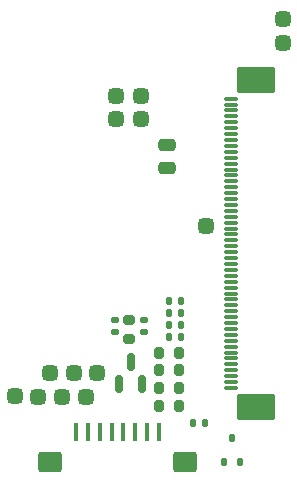
<source format=gts>
G04 #@! TF.GenerationSoftware,KiCad,Pcbnew,9.0.1-rc2*
G04 #@! TF.CreationDate,2025-04-23T19:50:41-07:00*
G04 #@! TF.ProjectId,displaypcb,64697370-6c61-4797-9063-622e6b696361,2*
G04 #@! TF.SameCoordinates,Original*
G04 #@! TF.FileFunction,Soldermask,Top*
G04 #@! TF.FilePolarity,Negative*
%FSLAX46Y46*%
G04 Gerber Fmt 4.6, Leading zero omitted, Abs format (unit mm)*
G04 Created by KiCad (PCBNEW 9.0.1-rc2) date 2025-04-23 19:50:41*
%MOMM*%
%LPD*%
G01*
G04 APERTURE LIST*
G04 Aperture macros list*
%AMRoundRect*
0 Rectangle with rounded corners*
0 $1 Rounding radius*
0 $2 $3 $4 $5 $6 $7 $8 $9 X,Y pos of 4 corners*
0 Add a 4 corners polygon primitive as box body*
4,1,4,$2,$3,$4,$5,$6,$7,$8,$9,$2,$3,0*
0 Add four circle primitives for the rounded corners*
1,1,$1+$1,$2,$3*
1,1,$1+$1,$4,$5*
1,1,$1+$1,$6,$7*
1,1,$1+$1,$8,$9*
0 Add four rect primitives between the rounded corners*
20,1,$1+$1,$2,$3,$4,$5,0*
20,1,$1+$1,$4,$5,$6,$7,0*
20,1,$1+$1,$6,$7,$8,$9,0*
20,1,$1+$1,$8,$9,$2,$3,0*%
G04 Aperture macros list end*
%ADD10RoundRect,0.075000X0.525000X-0.075000X0.525000X0.075000X-0.525000X0.075000X-0.525000X-0.075000X0*%
%ADD11RoundRect,0.200000X1.450000X-0.900000X1.450000X0.900000X-1.450000X0.900000X-1.450000X-0.900000X0*%
%ADD12RoundRect,0.135000X-0.135000X-0.185000X0.135000X-0.185000X0.135000X0.185000X-0.135000X0.185000X0*%
%ADD13RoundRect,0.325000X-0.325000X-0.325000X0.325000X-0.325000X0.325000X0.325000X-0.325000X0.325000X0*%
%ADD14RoundRect,0.135000X0.185000X-0.135000X0.185000X0.135000X-0.185000X0.135000X-0.185000X-0.135000X0*%
%ADD15RoundRect,0.200000X0.200000X0.275000X-0.200000X0.275000X-0.200000X-0.275000X0.200000X-0.275000X0*%
%ADD16RoundRect,0.250000X0.475000X-0.250000X0.475000X0.250000X-0.475000X0.250000X-0.475000X-0.250000X0*%
%ADD17RoundRect,0.100000X-0.100000X-0.650000X0.100000X-0.650000X0.100000X0.650000X-0.100000X0.650000X0*%
%ADD18RoundRect,0.200000X-0.800000X-0.650000X0.800000X-0.650000X0.800000X0.650000X-0.800000X0.650000X0*%
%ADD19RoundRect,0.150000X0.150000X-0.587500X0.150000X0.587500X-0.150000X0.587500X-0.150000X-0.587500X0*%
%ADD20RoundRect,0.200000X0.275000X-0.200000X0.275000X0.200000X-0.275000X0.200000X-0.275000X-0.200000X0*%
%ADD21RoundRect,0.112500X-0.112500X-0.237500X0.112500X-0.237500X0.112500X0.237500X-0.112500X0.237500X0*%
G04 APERTURE END LIST*
D10*
X107600000Y-112250000D03*
X107600000Y-111750000D03*
X107600000Y-111250000D03*
X107600000Y-110750000D03*
X107600000Y-110250000D03*
X107600000Y-109750000D03*
X107600000Y-109250000D03*
X107600000Y-108750000D03*
X107600000Y-108250000D03*
X107600000Y-107750000D03*
X107600000Y-107250000D03*
X107600000Y-106750000D03*
X107600000Y-106250000D03*
X107600000Y-105750000D03*
X107600000Y-105250000D03*
X107600000Y-104750000D03*
X107600000Y-104250000D03*
X107600000Y-103750000D03*
X107600000Y-103250000D03*
X107600000Y-102750000D03*
X107600000Y-102250000D03*
X107600000Y-101750000D03*
X107600000Y-101250000D03*
X107600000Y-100750000D03*
X107600000Y-100250000D03*
X107600000Y-99750000D03*
X107600000Y-99250000D03*
X107600000Y-98750000D03*
X107600000Y-98250000D03*
X107600000Y-97750000D03*
X107600000Y-97250000D03*
X107600000Y-96750000D03*
X107600000Y-96250000D03*
X107600000Y-95750000D03*
X107600000Y-95250000D03*
X107600000Y-94750000D03*
X107600000Y-94250000D03*
X107600000Y-93750000D03*
X107600000Y-93250000D03*
X107600000Y-92750000D03*
X107600000Y-92250000D03*
X107600000Y-91750000D03*
X107600000Y-91250000D03*
X107600000Y-90750000D03*
X107600000Y-90250000D03*
X107600000Y-89750000D03*
X107600000Y-89250000D03*
X107600000Y-88750000D03*
X107600000Y-88250000D03*
X107600000Y-87750000D03*
D11*
X109750000Y-113850000D03*
X109750000Y-86150000D03*
D12*
X102340000Y-105900000D03*
X103360000Y-105900000D03*
D13*
X112000000Y-81000000D03*
X112000000Y-83000000D03*
D14*
X100250000Y-107510000D03*
X100250000Y-106490000D03*
D13*
X95300000Y-113000000D03*
X91300000Y-113000000D03*
D12*
X104390000Y-115200000D03*
X105410000Y-115200000D03*
D13*
X105500000Y-98500000D03*
X96300000Y-111000000D03*
D15*
X103175000Y-113750000D03*
X101525000Y-113750000D03*
D16*
X102200000Y-93599998D03*
X102200000Y-91700000D03*
D12*
X102340000Y-104900000D03*
X103360000Y-104900000D03*
D13*
X97900000Y-89500000D03*
D15*
X103175000Y-112250000D03*
X101525000Y-112250000D03*
D13*
X92300000Y-111000000D03*
D12*
X102340000Y-106900000D03*
X103360000Y-106900000D03*
D17*
X94500000Y-115950000D03*
X95500000Y-115950000D03*
X96500000Y-115950000D03*
X97500000Y-115950000D03*
X98500000Y-115950000D03*
X99500000Y-115950000D03*
X100500000Y-115950000D03*
X101500000Y-115950000D03*
D18*
X92300000Y-118550000D03*
X103700000Y-118550000D03*
D13*
X97900000Y-87500000D03*
X94300000Y-111000000D03*
D19*
X98150000Y-111937500D03*
X100050000Y-111937500D03*
X99100000Y-110062499D03*
D15*
X103175000Y-110750000D03*
X101525000Y-110750000D03*
D13*
X89300000Y-112950000D03*
X93300000Y-113000000D03*
X100000000Y-87500000D03*
D20*
X99000000Y-108125000D03*
X99000000Y-106475000D03*
D12*
X102340000Y-107900000D03*
X103360000Y-107900000D03*
D14*
X97750000Y-107510000D03*
X97750000Y-106490000D03*
D15*
X103175000Y-109250000D03*
X101525000Y-109250000D03*
D21*
X107050000Y-118500000D03*
X108350000Y-118500000D03*
X107700000Y-116500000D03*
D13*
X100000000Y-89500000D03*
M02*

</source>
